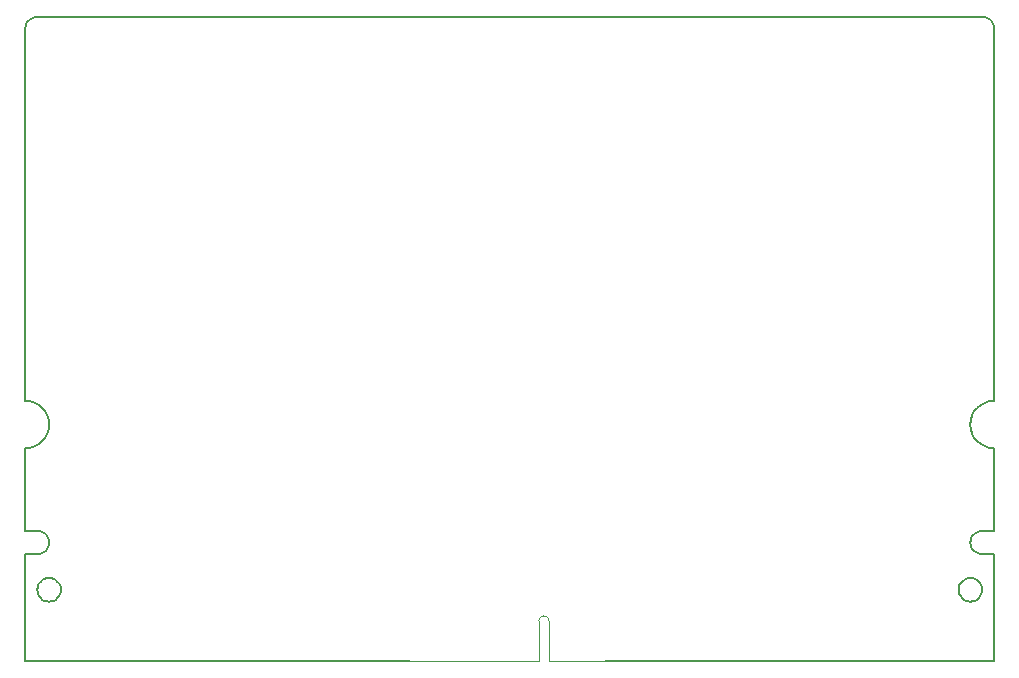
<source format=gbr>
G04 #@! TF.GenerationSoftware,KiCad,Pcbnew,5.1.5+dfsg1-2build2*
G04 #@! TF.CreationDate,2021-02-25T12:04:28+01:00*
G04 #@! TF.ProjectId,DIMMCartridgeConect,44494d4d-4361-4727-9472-69646765436f,rev?*
G04 #@! TF.SameCoordinates,Original*
G04 #@! TF.FileFunction,Profile,NP*
%FSLAX46Y46*%
G04 Gerber Fmt 4.6, Leading zero omitted, Abs format (unit mm)*
G04 Created by KiCad (PCBNEW 5.1.5+dfsg1-2build2) date 2021-02-25 12:04:28*
%MOMM*%
%LPD*%
G04 APERTURE LIST*
%ADD10C,0.100000*%
%ADD11C,0.200000*%
G04 APERTURE END LIST*
D10*
X102448851Y-129687369D02*
G75*
G02X103339699Y-129687369I445424J0D01*
G01*
D11*
X139996909Y-78514394D02*
X129996769Y-78514397D01*
X139383250Y-127963580D02*
X139196200Y-128021680D01*
X139971680Y-127246200D02*
X139913580Y-127433250D01*
X139821680Y-127602520D02*
X139700000Y-127750000D01*
X139913580Y-127433250D02*
X139821680Y-127602520D01*
X59246338Y-124045069D02*
X59121604Y-124045069D01*
X59371071Y-124045069D02*
X59246338Y-124045069D01*
X59495805Y-124045069D02*
X59371071Y-124045069D01*
X138290740Y-127749900D02*
X138169060Y-127602420D01*
X138438220Y-127871580D02*
X138290740Y-127749900D01*
D10*
X102448850Y-133038859D02*
X102448850Y-129687369D01*
D11*
X139995109Y-124045269D02*
X139995109Y-124044769D01*
X140118869Y-124045269D02*
X139995109Y-124045269D01*
X140242639Y-124045269D02*
X140118869Y-124045269D01*
X140366399Y-124045269D02*
X140242639Y-124045269D01*
X138607580Y-126127070D02*
X138794630Y-126068970D01*
X138438310Y-126218970D02*
X138607580Y-126127070D01*
X58996336Y-115038079D02*
X58996336Y-115914449D01*
X59397735Y-114997379D02*
X58996336Y-115038079D01*
X59994736Y-122048489D02*
X60195596Y-122068689D01*
X59869936Y-122048559D02*
X59994736Y-122048489D01*
X140703259Y-78806985D02*
X140555419Y-78685004D01*
X140825229Y-78954823D02*
X140703259Y-78806985D01*
X140917329Y-79124501D02*
X140825229Y-78954823D01*
X140975529Y-79311998D02*
X140917329Y-79124501D01*
X59771575Y-114881119D02*
X59397735Y-114997379D01*
X60109859Y-114697329D02*
X59771575Y-114881119D01*
X138794540Y-128021580D02*
X138607490Y-127963480D01*
X60438282Y-126219060D02*
X60607550Y-126127160D01*
X60290804Y-126340750D02*
X60438282Y-126219060D01*
X122185959Y-133039029D02*
X126885029Y-133039029D01*
X117486899Y-133039029D02*
X122185959Y-133039029D01*
X112787829Y-133039029D02*
X117486899Y-133039029D01*
X59495536Y-122048759D02*
X59620336Y-122048689D01*
X59370736Y-122048819D02*
X59495536Y-122048759D01*
X140490169Y-124045269D02*
X140366399Y-124045269D01*
X140613929Y-124045269D02*
X140490169Y-124045269D01*
X140737699Y-124045269D02*
X140613929Y-124045269D01*
X140861459Y-124045269D02*
X140737699Y-124045269D01*
X61821738Y-126488220D02*
X61913618Y-126657490D01*
X61700057Y-126340740D02*
X61821738Y-126488220D01*
X99996344Y-78514405D02*
X89996203Y-78514408D01*
X109996489Y-78514402D02*
X99996344Y-78514405D01*
X119996629Y-78514400D02*
X109996489Y-78514402D01*
X129996769Y-78514397D02*
X119996629Y-78514400D01*
X61552566Y-127871680D02*
X61383296Y-127963580D01*
X61700045Y-127750000D02*
X61552566Y-127871680D01*
X59771700Y-111209319D02*
X60110022Y-111393169D01*
X59397804Y-111093019D02*
X59771700Y-111209319D01*
X86123108Y-133038859D02*
X91548355Y-133038859D01*
X80697860Y-133038859D02*
X86123108Y-133038859D01*
X75272612Y-133038859D02*
X80697860Y-133038859D01*
X59994736Y-124043569D02*
X59994736Y-124044069D01*
X59994736Y-124043069D02*
X59994736Y-124043569D01*
X59994736Y-124042569D02*
X59994736Y-124043069D01*
X140988729Y-115037759D02*
X140588439Y-114995859D01*
X140988349Y-115914189D02*
X140988729Y-115037759D01*
X140987979Y-116790619D02*
X140988349Y-115914189D01*
X140987599Y-117667049D02*
X140987979Y-116790619D01*
X138290840Y-126340650D02*
X138438310Y-126218970D01*
X138169160Y-126488120D02*
X138290840Y-126340650D01*
X59245936Y-122048889D02*
X59370736Y-122048819D01*
X59121136Y-122048949D02*
X59245936Y-122048889D01*
X140987229Y-118543489D02*
X140987599Y-117667049D01*
X140986849Y-119419919D02*
X140987229Y-118543489D01*
X140986479Y-120296349D02*
X140986849Y-119419919D01*
X140986099Y-121172779D02*
X140986479Y-120296349D01*
X61196243Y-128021680D02*
X60995414Y-128041980D01*
X61383296Y-127963580D02*
X61196243Y-128021680D01*
X140490419Y-122048949D02*
X140614249Y-122049009D01*
X140366589Y-122048879D02*
X140490419Y-122048949D01*
X140242759Y-122048809D02*
X140366589Y-122048879D01*
X140118939Y-122048749D02*
X140242759Y-122048809D01*
X60913171Y-122656869D02*
X60971271Y-122843929D01*
X60821251Y-122487599D02*
X60913171Y-122656869D01*
X138077160Y-127433150D02*
X138019060Y-127246100D01*
X138169060Y-127602420D02*
X138077160Y-127433150D01*
X61196258Y-126069060D02*
X61383310Y-126127160D01*
X60995430Y-126048760D02*
X61196258Y-126069060D01*
X139971770Y-126844350D02*
X139991880Y-127045370D01*
X69847365Y-133038859D02*
X75272612Y-133038859D01*
X64422117Y-133038859D02*
X69847365Y-133038859D01*
X58996870Y-133038859D02*
X64422117Y-133038859D01*
X60831378Y-113820769D02*
X60647759Y-114159149D01*
X60947443Y-113446869D02*
X60831378Y-113820769D01*
X139290309Y-122340329D02*
X139437839Y-122218679D01*
X139168579Y-122487799D02*
X139290309Y-122340329D01*
X139076679Y-122657069D02*
X139168579Y-122487799D01*
X139018579Y-122844129D02*
X139076679Y-122657069D01*
X61552579Y-126219060D02*
X61700057Y-126340740D01*
X61383310Y-126127160D02*
X61552579Y-126219060D01*
X139913670Y-126657300D02*
X139971770Y-126844350D01*
X139821770Y-126488030D02*
X139913670Y-126657300D01*
X139995109Y-124041269D02*
X139794249Y-124021069D01*
X139995109Y-124041769D02*
X139995109Y-124041269D01*
X139995109Y-124042269D02*
X139995109Y-124041769D01*
X139995109Y-124042769D02*
X139995109Y-124042269D01*
X60404768Y-111636569D02*
X60647937Y-111931499D01*
X60110022Y-111393169D02*
X60404768Y-111636569D01*
X59745136Y-122048619D02*
X59869936Y-122048559D01*
X59620336Y-122048689D02*
X59745136Y-122048619D01*
X138995370Y-128041880D02*
X138794540Y-128021580D01*
X60831526Y-112269969D02*
X60947533Y-112643949D01*
X60647937Y-111931499D02*
X60831526Y-112269969D01*
X139196200Y-128021680D02*
X138995370Y-128041880D01*
X69995920Y-78514413D02*
X59995750Y-78514256D01*
X79996062Y-78514411D02*
X69995920Y-78514413D01*
X89996203Y-78514408D02*
X79996062Y-78514411D01*
X60169103Y-127602520D02*
X60077223Y-127433250D01*
X60290784Y-127750000D02*
X60169103Y-127602520D01*
X59994736Y-124042069D02*
X59994736Y-124042569D01*
X59994736Y-124041569D02*
X59994736Y-124042069D01*
X59994736Y-124041069D02*
X59994736Y-124041569D01*
X58996336Y-120296289D02*
X58996336Y-121172649D01*
X58996336Y-119419919D02*
X58996336Y-120296289D01*
X60195596Y-124020869D02*
X59994736Y-124041069D01*
X60382686Y-123962869D02*
X60195596Y-124020869D01*
X60551999Y-123871069D02*
X60382686Y-123962869D01*
X139552520Y-127871680D02*
X139383250Y-127963580D01*
X140992829Y-95283139D02*
X140993579Y-91340678D01*
X140992079Y-99225599D02*
X140992829Y-95283139D01*
X140991329Y-103168059D02*
X140992079Y-99225599D01*
X140990579Y-107110519D02*
X140991329Y-103168059D01*
X139585249Y-111639069D02*
X139879079Y-111395699D01*
X139342869Y-111933709D02*
X139585249Y-111639069D01*
X139159889Y-112271669D02*
X139342869Y-111933709D01*
X139044249Y-112644959D02*
X139159889Y-112271669D01*
X60971271Y-123245629D02*
X60913171Y-123432689D01*
X60991551Y-123044779D02*
X60971271Y-123245629D01*
X60971271Y-122843929D02*
X60991551Y-123044779D01*
X61821726Y-127602520D02*
X61700045Y-127750000D01*
X61913606Y-127433250D02*
X61821726Y-127602520D01*
X140995829Y-79513298D02*
X140975529Y-79311998D01*
X140995079Y-83455758D02*
X140995829Y-79513298D01*
X140994329Y-87398218D02*
X140995079Y-83455758D01*
X140993579Y-91340678D02*
X140994329Y-87398218D01*
X140984109Y-127417929D02*
X140984479Y-126293709D01*
X140983729Y-128542149D02*
X140984109Y-127417929D01*
X140983349Y-129666369D02*
X140983729Y-128542149D01*
X58996336Y-116790819D02*
X58996336Y-117667179D01*
X58996336Y-115914449D02*
X58996336Y-116790819D01*
X60404587Y-114453999D02*
X60109859Y-114697329D01*
X60647759Y-114159149D02*
X60404587Y-114453999D01*
X60794602Y-126069060D02*
X60995430Y-126048760D01*
X60607550Y-126127160D02*
X60794602Y-126069060D01*
X60019163Y-127246200D02*
X59998923Y-127045370D01*
X60077223Y-127433250D02*
X60019163Y-127246200D01*
X58996870Y-131914639D02*
X58996870Y-133038859D01*
X58996870Y-130790409D02*
X58996870Y-131914639D01*
X58996870Y-129666189D02*
X58996870Y-130790409D01*
X138077260Y-126657390D02*
X138169160Y-126488120D01*
X138019160Y-126844440D02*
X138077260Y-126657390D01*
X59994736Y-124045069D02*
X59870006Y-124045069D01*
X59994736Y-124044569D02*
X59994736Y-124045069D01*
X59994736Y-124044069D02*
X59994736Y-124044569D01*
X137998860Y-127045270D02*
X138019160Y-126844440D01*
X138019060Y-127246100D02*
X137998860Y-127045270D01*
X139584999Y-114451459D02*
X139342769Y-114156929D01*
X139878649Y-114694759D02*
X139584999Y-114451459D01*
X140215769Y-114878889D02*
X139878649Y-114694759D01*
X140588439Y-114995859D02*
X140215769Y-114878889D01*
X138607490Y-127963480D02*
X138438220Y-127871580D01*
X139991880Y-127045370D02*
X139971680Y-127246200D01*
X138998279Y-123044979D02*
X139018579Y-122844129D01*
X139018579Y-123245829D02*
X138998279Y-123044979D01*
X139076679Y-123432889D02*
X139018579Y-123245829D01*
X139168579Y-123602159D02*
X139076679Y-123432889D01*
X139290309Y-123749619D02*
X139168579Y-123602159D01*
X139437839Y-123871269D02*
X139290309Y-123749619D01*
X139607159Y-123963069D02*
X139437839Y-123871269D01*
X139794249Y-124021069D02*
X139607159Y-123963069D01*
X58996870Y-125169289D02*
X58996870Y-126293519D01*
X58996870Y-124045069D02*
X58996870Y-125169289D01*
X59121604Y-124045069D02*
X58996870Y-124045069D01*
X58996337Y-103167529D02*
X58996337Y-107109924D01*
X58996337Y-99225134D02*
X58996337Y-103167529D01*
X59074917Y-79124363D02*
X59016657Y-79311860D01*
X59167097Y-78954685D02*
X59074917Y-79124363D01*
X60987953Y-113045449D02*
X60947443Y-113446869D01*
X60947533Y-112643949D02*
X60987953Y-113045449D01*
X59606852Y-78592766D02*
X59437093Y-78684866D01*
X59794414Y-78534556D02*
X59606852Y-78592766D01*
X58996337Y-111052319D02*
X59397804Y-111093019D01*
X58996337Y-107109924D02*
X58996337Y-111052319D01*
X139995109Y-122048679D02*
X140118939Y-122048749D01*
X139794249Y-122068879D02*
X139995109Y-122048679D01*
X139607159Y-122126879D02*
X139794249Y-122068879D01*
X139437839Y-122218679D02*
X139607159Y-122126879D01*
X58996337Y-87397950D02*
X58996337Y-91340345D01*
X58996337Y-83455555D02*
X58996337Y-87397950D01*
X60019173Y-126844540D02*
X60077243Y-126657490D01*
X59998923Y-127045370D02*
X60019173Y-126844540D01*
X58996336Y-118543549D02*
X58996336Y-119419919D01*
X58996336Y-117667179D02*
X58996336Y-118543549D01*
X60699524Y-123749419D02*
X60551999Y-123871069D01*
X60821251Y-123601959D02*
X60699524Y-123749419D01*
X60913171Y-123432689D02*
X60821251Y-123601959D01*
X61971666Y-127246200D02*
X61913606Y-127433250D01*
X61991906Y-127045370D02*
X61971666Y-127246200D01*
X140982979Y-130790589D02*
X140983349Y-129666369D01*
X140982599Y-131914809D02*
X140982979Y-130790589D01*
X140982229Y-133039029D02*
X140982599Y-131914809D01*
X140985229Y-124045269D02*
X140861459Y-124045269D01*
X140984849Y-125169489D02*
X140985229Y-124045269D01*
X140984479Y-126293709D02*
X140984849Y-125169489D01*
D10*
X96973603Y-133038859D02*
X102448850Y-133038859D01*
X91548355Y-133038859D02*
X96973603Y-133038859D01*
D11*
X60382686Y-122126689D02*
X60551999Y-122218489D01*
X60195596Y-122068689D02*
X60382686Y-122126689D01*
X61971678Y-126844540D02*
X61991906Y-127045370D01*
X61913618Y-126657490D02*
X61971678Y-126844540D01*
X139383340Y-126126970D02*
X139552610Y-126218870D01*
X139196290Y-126068870D02*
X139383340Y-126126970D01*
X58996337Y-79513160D02*
X58996337Y-83455555D01*
X59016657Y-79311860D02*
X58996337Y-79513160D01*
X108088769Y-133039029D02*
X112787829Y-133039029D01*
D10*
X103339699Y-133039029D02*
X108088769Y-133039029D01*
D11*
X139995109Y-124043269D02*
X139995109Y-124042769D01*
X139995109Y-124043769D02*
X139995109Y-124043269D01*
X139995109Y-124044269D02*
X139995109Y-124043769D01*
X139995109Y-124044769D02*
X139995109Y-124044269D01*
X136283159Y-133039029D02*
X140982229Y-133039029D01*
X131584099Y-133039029D02*
X136283159Y-133039029D01*
X126885029Y-133039029D02*
X131584099Y-133039029D01*
D10*
X103339699Y-129687369D02*
X103339699Y-133038859D01*
D11*
X59995750Y-78514256D02*
X59794414Y-78534556D01*
X58996337Y-95282740D02*
X58996337Y-99225134D01*
X58996337Y-91340345D02*
X58996337Y-95282740D01*
X59620539Y-124045069D02*
X59495805Y-124045069D01*
X59745273Y-124045069D02*
X59620539Y-124045069D01*
X59870006Y-124045069D02*
X59745273Y-124045069D01*
X139700090Y-126340550D02*
X139821770Y-126488030D01*
X139552610Y-126218870D02*
X139700090Y-126340550D01*
X140989829Y-111052979D02*
X140990579Y-107110519D01*
X140589309Y-111094679D02*
X140989829Y-111052979D01*
X140216419Y-111211579D02*
X140589309Y-111094679D01*
X139879079Y-111395699D02*
X140216419Y-111211579D01*
X60438263Y-127871680D02*
X60290784Y-127750000D01*
X60607532Y-127963580D02*
X60438263Y-127871680D01*
X140198229Y-78534694D02*
X139996909Y-78514394D01*
X140385739Y-78592904D02*
X140198229Y-78534694D01*
X140555419Y-78685004D02*
X140385739Y-78592904D01*
X140985729Y-122049209D02*
X140986099Y-121172779D01*
X140861899Y-122049139D02*
X140985729Y-122049209D01*
X140738069Y-122049079D02*
X140861899Y-122049139D01*
X140614249Y-122049009D02*
X140738069Y-122049079D01*
X59289165Y-78806847D02*
X59167097Y-78954685D01*
X59437093Y-78684866D02*
X59289165Y-78806847D01*
X60794585Y-128021680D02*
X60607532Y-127963580D01*
X60995414Y-128041980D02*
X60794585Y-128021680D01*
X139003849Y-113045609D02*
X139044249Y-112644959D01*
X139044249Y-113446049D02*
X139003849Y-113045609D01*
X139159869Y-113819139D02*
X139044249Y-113446049D01*
X139342769Y-114156929D02*
X139159869Y-113819139D01*
X60699524Y-122340139D02*
X60821251Y-122487599D01*
X60551999Y-122218489D02*
X60699524Y-122340139D01*
X58996870Y-128541969D02*
X58996870Y-129666189D01*
X58996870Y-127417739D02*
X58996870Y-128541969D01*
X58996870Y-126293519D02*
X58996870Y-127417739D01*
X60169123Y-126488220D02*
X60290804Y-126340750D01*
X60077243Y-126657490D02*
X60169123Y-126488220D01*
X138995460Y-126048670D02*
X139196290Y-126068870D01*
X138794630Y-126068970D02*
X138995460Y-126048670D01*
X58996336Y-122049019D02*
X59121136Y-122048949D01*
X58996336Y-121172649D02*
X58996336Y-122049019D01*
X139700000Y-127750000D02*
X139552520Y-127871680D01*
M02*

</source>
